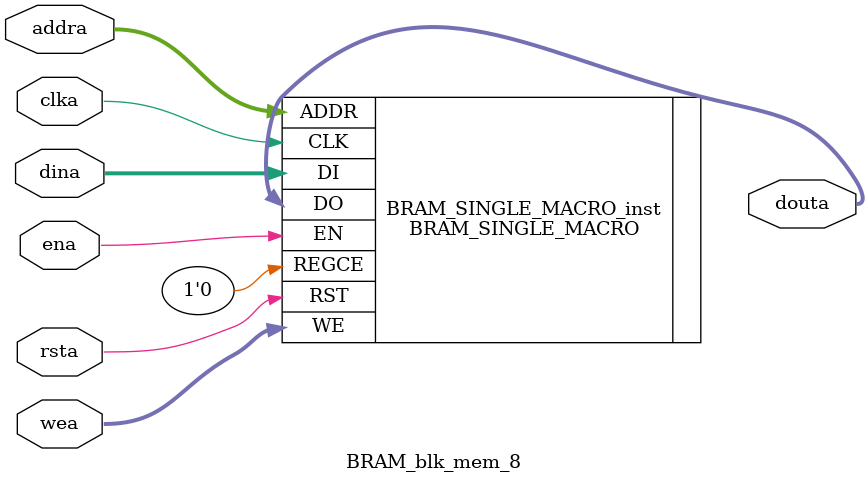
<source format=v>
`timescale 1ns/1ps

module BRAM_blk_mem_8 (
  clka,
  ena,
  wea,
  addra,
  dina,
  douta,
  rsta
);


input wire clka;

input wire ena;

input wire rsta;

input wire [1 : 0] wea;

input wire [9 : 0] addra;

input wire [15 : 0] dina;

output wire [15 : 0] douta;


// BRAM_SINGLE_MACRO : In order to incorporate this function into the design,
//   Verilog   : the following instance declaration needs to be placed
//  instance   : in the body of the design code.  The instance name
// declaration : (BRAM_SINGLE_MACRO_inst) and/or the port declarations within the
//    code     : parenthesis may be changed to properly reference and
//             : connect this function to the design.  All inputs
//             : and outputs must be connected.

//  <-----Cut code below this line---->

   // BRAM_SINGLE_MACRO: Single Port RAM
   //                    Artix-7
   // Xilinx HDL Language Template, version 2016.4
   
   /////////////////////////////////////////////////////////////////////
   //  READ_WIDTH | BRAM_SIZE | READ Depth  | ADDR Width |            //
   // WRITE_WIDTH |           | WRITE Depth |            |  WE Width  //
   // ============|===========|=============|============|============//
   //    37-72    |  "36Kb"   |      512    |    9-bit   |    8-bit   //
   //    19-36    |  "36Kb"   |     1024    |   10-bit   |    4-bit   //
   //    19-36    |  "18Kb"   |      512    |    9-bit   |    4-bit   //
   //    10-18    |  "36Kb"   |     2048    |   11-bit   |    2-bit   //
   //    10-18    |  "18Kb"   |     1024    |   10-bit   |    2-bit   //
   //     5-9     |  "36Kb"   |     4096    |   12-bit   |    1-bit   //
   //     5-9     |  "18Kb"   |     2048    |   11-bit   |    1-bit   //
   //     3-4     |  "36Kb"   |     8192    |   13-bit   |    1-bit   //
   //     3-4     |  "18Kb"   |     4096    |   12-bit   |    1-bit   //
   //       2     |  "36Kb"   |    16384    |   14-bit   |    1-bit   //
   //       2     |  "18Kb"   |     8192    |   13-bit   |    1-bit   //
   //       1     |  "36Kb"   |    32768    |   15-bit   |    1-bit   //
   //       1     |  "18Kb"   |    16384    |   14-bit   |    1-bit   //
   /////////////////////////////////////////////////////////////////////

   BRAM_SINGLE_MACRO #(
      .BRAM_SIZE("18Kb"), // Target BRAM, "18Kb" or "36Kb" 
      .DEVICE("7SERIES"), // Target Device: "7SERIES" 
      .DO_REG(0), // Optional output register (0 or 1)
      .INIT(36'h000000000), // Initial values on output port
      .INIT_FILE ("weight_8.mem"),
      .WRITE_WIDTH(16), // Valid values are 1-72 (37-72 only valid when BRAM_SIZE="36Kb")
      .READ_WIDTH(16),  // Valid values are 1-72 (37-72 only valid when BRAM_SIZE="36Kb")
      .SRVAL(36'h000000000), // Set/Reset value for port output
      .WRITE_MODE("WRITE_FIRST"), // "WRITE_FIRST", "READ_FIRST", or "NO_CHANGE" 
      .INIT_00(256'h0000000000000000000000000000000000000000000000000000000000000000),
      .INIT_01(256'h0000000000000000000000000000000000000000000000000000000000000000),
      .INIT_02(256'h0000000000000000000000000000000000000000000000000000000000000000),
      .INIT_03(256'h0000000000000000000000000000000000000000000000000000000000000000),
      .INIT_04(256'h0000000000000000000000000000000000000000000000000000000000000000),
      .INIT_05(256'h0000000000000000000000000000000000000000000000000000000000000000),
      .INIT_06(256'h0000000000000000000000000000000000000000000000000000000000000000),
      .INIT_07(256'h0000000000000000000000000000000000000000000000000000000000000000),
      .INIT_08(256'h0000000000000000000000000000000000000000000000000000000000000000),
      .INIT_09(256'h0000000000000000000000000000000000000000000000000000000000000000),
      .INIT_0A(256'h0000000000000000000000000000000000000000000000000000000000000000),
      .INIT_0B(256'h0000000000000000000000000000000000000000000000000000000000000000),
      .INIT_0C(256'h0000000000000000000000000000000000000000000000000000000000000000),
      .INIT_0D(256'h0000000000000000000000000000000000000000000000000000000000000000),
      .INIT_0E(256'h0000000000000000000000000000000000000000000000000000000000000000),
      .INIT_0F(256'h0000000000000000000000000000000000000000000000000000000000000000),
      .INIT_10(256'h0000000000000000000000000000000000000000000000000000000000000000),
      .INIT_11(256'h0000000000000000000000000000000000000000000000000000000000000000),
      .INIT_12(256'h0000000000000000000000000000000000000000000000000000000000000000),
      .INIT_13(256'h0000000000000000000000000000000000000000000000000000000000000000),
      .INIT_14(256'h0000000000000000000000000000000000000000000000000000000000000000),
      .INIT_15(256'h0000000000000000000000000000000000000000000000000000000000000000),
      .INIT_16(256'h0000000000000000000000000000000000000000000000000000000000000000),
      .INIT_17(256'h0000000000000000000000000000000000000000000000000000000000000000),
      .INIT_18(256'h0000000000000000000000000000000000000000000000000000000000000000),
      .INIT_19(256'h0000000000000000000000000000000000000000000000000000000000000000),
      .INIT_1A(256'h0000000000000000000000000000000000000000000000000000000000000000),
      .INIT_1B(256'h0000000000000000000000000000000000000000000000000000000000000000),
      .INIT_1C(256'h0000000000000000000000000000000000000000000000000000000000000000),
      .INIT_1D(256'h0000000000000000000000000000000000000000000000000000000000000000),
      .INIT_1E(256'h0000000000000000000000000000000000000000000000000000000000000000),
      .INIT_1F(256'h0000000000000000000000000000000000000000000000000000000000000000),
      .INIT_20(256'h0000000000000000000000000000000000000000000000000000000000000000),
      .INIT_21(256'h0000000000000000000000000000000000000000000000000000000000000000),
      .INIT_22(256'h0000000000000000000000000000000000000000000000000000000000000000),
      .INIT_23(256'h0000000000000000000000000000000000000000000000000000000000000000),
      .INIT_24(256'h0000000000000000000000000000000000000000000000000000000000000000),
      .INIT_25(256'h0000000000000000000000000000000000000000000000000000000000000000),
      .INIT_26(256'h0000000000000000000000000000000000000000000000000000000000000000),
      .INIT_27(256'h0000000000000000000000000000000000000000000000000000000000000000),
      .INIT_28(256'h0000000000000000000000000000000000000000000000000000000000000000),
      .INIT_29(256'h0000000000000000000000000000000000000000000000000000000000000000),
      .INIT_2A(256'h0000000000000000000000000000000000000000000000000000000000000000),
      .INIT_2B(256'h0000000000000000000000000000000000000000000000000000000000000000),
      .INIT_2C(256'h0000000000000000000000000000000000000000000000000000000000000000),
      .INIT_2D(256'h0000000000000000000000000000000000000000000000000000000000000000),
      .INIT_2E(256'h0000000000000000000000000000000000000000000000000000000000000000),
      .INIT_2F(256'h0000000000000000000000000000000000000000000000000000000000000000),
      .INIT_30(256'h0000000000000000000000000000000000000000000000000000000000000000),
      .INIT_31(256'h0000000000000000000000000000000000000000000000000000000000000000),
      .INIT_32(256'h0000000000000000000000000000000000000000000000000000000000000000),
      .INIT_33(256'h0000000000000000000000000000000000000000000000000000000000000000),
      .INIT_34(256'h0000000000000000000000000000000000000000000000000000000000000000),
      .INIT_35(256'h0000000000000000000000000000000000000000000000000000000000000000),
      .INIT_36(256'h0000000000000000000000000000000000000000000000000000000000000000),
      .INIT_37(256'h0000000000000000000000000000000000000000000000000000000000000000),
      .INIT_38(256'h0000000000000000000000000000000000000000000000000000000000000000),
      .INIT_39(256'h0000000000000000000000000000000000000000000000000000000000000000),
      .INIT_3A(256'h0000000000000000000000000000000000000000000000000000000000000000),
      .INIT_3B(256'h0000000000000000000000000000000000000000000000000000000000000000),
      .INIT_3C(256'h0000000000000000000000000000000000000000000000000000000000000000),
      .INIT_3D(256'h0000000000000000000000000000000000000000000000000000000000000000),
      .INIT_3E(256'h0000000000000000000000000000000000000000000000000000000000000000),
      .INIT_3F(256'h0000000000000000000000000000000000000000000000000000000000000000),
      
      // The next set of INIT_xx are valid when configured as 36Kb
      .INIT_40(256'h0000000000000000000000000000000000000000000000000000000000000000),
      .INIT_41(256'h0000000000000000000000000000000000000000000000000000000000000000),
      .INIT_42(256'h0000000000000000000000000000000000000000000000000000000000000000),
      .INIT_43(256'h0000000000000000000000000000000000000000000000000000000000000000),
      .INIT_44(256'h0000000000000000000000000000000000000000000000000000000000000000),
      .INIT_45(256'h0000000000000000000000000000000000000000000000000000000000000000),
      .INIT_46(256'h0000000000000000000000000000000000000000000000000000000000000000),
      .INIT_47(256'h0000000000000000000000000000000000000000000000000000000000000000),
      .INIT_48(256'h0000000000000000000000000000000000000000000000000000000000000000),
      .INIT_49(256'h0000000000000000000000000000000000000000000000000000000000000000),
      .INIT_4A(256'h0000000000000000000000000000000000000000000000000000000000000000),
      .INIT_4B(256'h0000000000000000000000000000000000000000000000000000000000000000),
      .INIT_4C(256'h0000000000000000000000000000000000000000000000000000000000000000),
      .INIT_4D(256'h0000000000000000000000000000000000000000000000000000000000000000),
      .INIT_4E(256'h0000000000000000000000000000000000000000000000000000000000000000),
      .INIT_4F(256'h0000000000000000000000000000000000000000000000000000000000000000),
      .INIT_50(256'h0000000000000000000000000000000000000000000000000000000000000000),
      .INIT_51(256'h0000000000000000000000000000000000000000000000000000000000000000),
      .INIT_52(256'h0000000000000000000000000000000000000000000000000000000000000000),
      .INIT_53(256'h0000000000000000000000000000000000000000000000000000000000000000),
      .INIT_54(256'h0000000000000000000000000000000000000000000000000000000000000000),
      .INIT_55(256'h0000000000000000000000000000000000000000000000000000000000000000),
      .INIT_56(256'h0000000000000000000000000000000000000000000000000000000000000000),
      .INIT_57(256'h0000000000000000000000000000000000000000000000000000000000000000),
      .INIT_58(256'h0000000000000000000000000000000000000000000000000000000000000000),
      .INIT_59(256'h0000000000000000000000000000000000000000000000000000000000000000),
      .INIT_5A(256'h0000000000000000000000000000000000000000000000000000000000000000),
      .INIT_5B(256'h0000000000000000000000000000000000000000000000000000000000000000),
      .INIT_5C(256'h0000000000000000000000000000000000000000000000000000000000000000),
      .INIT_5D(256'h0000000000000000000000000000000000000000000000000000000000000000),
      .INIT_5E(256'h0000000000000000000000000000000000000000000000000000000000000000),
      .INIT_5F(256'h0000000000000000000000000000000000000000000000000000000000000000),
      .INIT_60(256'h0000000000000000000000000000000000000000000000000000000000000000),
      .INIT_61(256'h0000000000000000000000000000000000000000000000000000000000000000),
      .INIT_62(256'h0000000000000000000000000000000000000000000000000000000000000000),
      .INIT_63(256'h0000000000000000000000000000000000000000000000000000000000000000),
      .INIT_64(256'h0000000000000000000000000000000000000000000000000000000000000000),
      .INIT_65(256'h0000000000000000000000000000000000000000000000000000000000000000),
      .INIT_66(256'h0000000000000000000000000000000000000000000000000000000000000000),
      .INIT_67(256'h0000000000000000000000000000000000000000000000000000000000000000),
      .INIT_68(256'h0000000000000000000000000000000000000000000000000000000000000000),
      .INIT_69(256'h0000000000000000000000000000000000000000000000000000000000000000),
      .INIT_6A(256'h0000000000000000000000000000000000000000000000000000000000000000),
      .INIT_6B(256'h0000000000000000000000000000000000000000000000000000000000000000),
      .INIT_6C(256'h0000000000000000000000000000000000000000000000000000000000000000),
      .INIT_6D(256'h0000000000000000000000000000000000000000000000000000000000000000),
      .INIT_6E(256'h0000000000000000000000000000000000000000000000000000000000000000),
      .INIT_6F(256'h0000000000000000000000000000000000000000000000000000000000000000),
      .INIT_70(256'h0000000000000000000000000000000000000000000000000000000000000000),
      .INIT_71(256'h0000000000000000000000000000000000000000000000000000000000000000),
      .INIT_72(256'h0000000000000000000000000000000000000000000000000000000000000000),
      .INIT_73(256'h0000000000000000000000000000000000000000000000000000000000000000),
      .INIT_74(256'h0000000000000000000000000000000000000000000000000000000000000000),
      .INIT_75(256'h0000000000000000000000000000000000000000000000000000000000000000),
      .INIT_76(256'h0000000000000000000000000000000000000000000000000000000000000000),
      .INIT_77(256'h0000000000000000000000000000000000000000000000000000000000000000),
      .INIT_78(256'h0000000000000000000000000000000000000000000000000000000000000000),
      .INIT_79(256'h0000000000000000000000000000000000000000000000000000000000000000),
      .INIT_7A(256'h0000000000000000000000000000000000000000000000000000000000000000),
      .INIT_7B(256'h0000000000000000000000000000000000000000000000000000000000000000),
      .INIT_7C(256'h0000000000000000000000000000000000000000000000000000000000000000),
      .INIT_7D(256'h0000000000000000000000000000000000000000000000000000000000000000),
      .INIT_7E(256'h0000000000000000000000000000000000000000000000000000000000000000),
      .INIT_7F(256'h0000000000000000000000000000000000000000000000000000000000000000),
      
      // The next set of INITP_xx are for the parity bits
      .INITP_00(256'h0000000000000000000000000000000000000000000000000000000000000000),
      .INITP_01(256'h0000000000000000000000000000000000000000000000000000000000000000),
      .INITP_02(256'h0000000000000000000000000000000000000000000000000000000000000000),
      .INITP_03(256'h0000000000000000000000000000000000000000000000000000000000000000),
      .INITP_04(256'h0000000000000000000000000000000000000000000000000000000000000000),
      .INITP_05(256'h0000000000000000000000000000000000000000000000000000000000000000),
      .INITP_06(256'h0000000000000000000000000000000000000000000000000000000000000000),
      .INITP_07(256'h0000000000000000000000000000000000000000000000000000000000000000),
      
      // The next set of INIT_xx are valid when configured as 36Kb
      .INITP_08(256'h0000000000000000000000000000000000000000000000000000000000000000),
      .INITP_09(256'h0000000000000000000000000000000000000000000000000000000000000000),
      .INITP_0A(256'h0000000000000000000000000000000000000000000000000000000000000000),
      .INITP_0B(256'h0000000000000000000000000000000000000000000000000000000000000000),
      .INITP_0C(256'h0000000000000000000000000000000000000000000000000000000000000000),
      .INITP_0D(256'h0000000000000000000000000000000000000000000000000000000000000000),
      .INITP_0E(256'h0000000000000000000000000000000000000000000000000000000000000000),
      .INITP_0F(256'h0000000000000000000000000000000000000000000000000000000000000000)
   ) BRAM_SINGLE_MACRO_inst (
      .DO(douta),       // Output data, width defined by READ_WIDTH parameter
      .ADDR(addra),   // Input address, width defined by read/write port depth
      .CLK(clka),     // 1-bit input clock
      .DI(dina),       // Input data port, width defined by WRITE_WIDTH parameter
      .EN(ena),       // 1-bit input RAM enable
      .REGCE(1'D0), // 1-bit input output register enable
      .RST(rsta),     // 1-bit input reset
      .WE(wea)        // Input write enable, width defined by write port depth
   );

   // End of BRAM_SINGLE_MACRO_inst instantiation
				
				
				
  
endmodule

</source>
